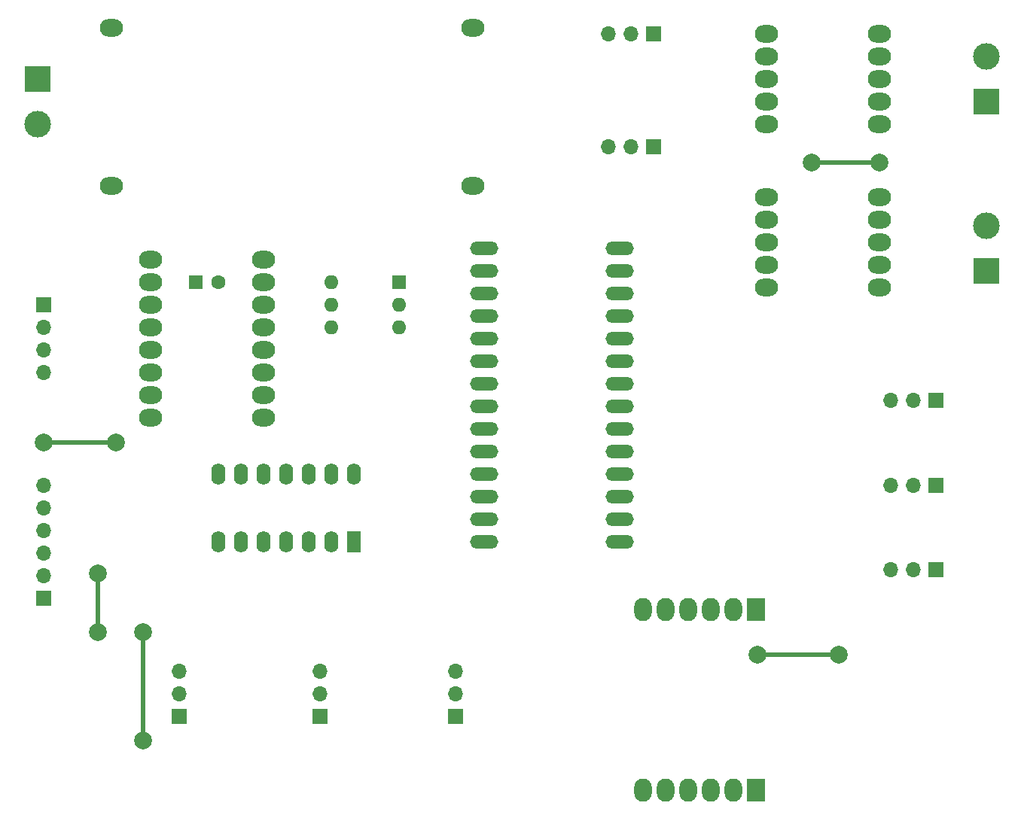
<source format=gbr>
G04 #@! TF.GenerationSoftware,KiCad,Pcbnew,5.0.0+dfsg1-2*
G04 #@! TF.CreationDate,2019-05-22T11:33:39+02:00*
G04 #@! TF.ProjectId,BLOBCNC_TOP,424C4F42434E435F544F502E6B696361,rev?*
G04 #@! TF.SameCoordinates,PXb438b80PY1b9d560*
G04 #@! TF.FileFunction,Copper,L2,Bot,Signal*
G04 #@! TF.FilePolarity,Positive*
%FSLAX46Y46*%
G04 Gerber Fmt 4.6, Leading zero omitted, Abs format (unit mm)*
G04 Created by KiCad (PCBNEW 5.0.0+dfsg1-2) date Wed May 22 11:33:39 2019*
%MOMM*%
%LPD*%
G01*
G04 APERTURE LIST*
G04 #@! TA.AperFunction,ComponentPad*
%ADD10R,1.600000X1.600000*%
G04 #@! TD*
G04 #@! TA.AperFunction,ComponentPad*
%ADD11C,1.600000*%
G04 #@! TD*
G04 #@! TA.AperFunction,ComponentPad*
%ADD12O,2.600000X2.000000*%
G04 #@! TD*
G04 #@! TA.AperFunction,ComponentPad*
%ADD13C,3.000000*%
G04 #@! TD*
G04 #@! TA.AperFunction,ComponentPad*
%ADD14R,3.000000X3.000000*%
G04 #@! TD*
G04 #@! TA.AperFunction,ComponentPad*
%ADD15O,1.700000X1.700000*%
G04 #@! TD*
G04 #@! TA.AperFunction,ComponentPad*
%ADD16R,1.700000X1.700000*%
G04 #@! TD*
G04 #@! TA.AperFunction,ComponentPad*
%ADD17O,1.600000X1.600000*%
G04 #@! TD*
G04 #@! TA.AperFunction,ComponentPad*
%ADD18O,2.000000X2.600000*%
G04 #@! TD*
G04 #@! TA.AperFunction,ComponentPad*
%ADD19R,2.000000X2.600000*%
G04 #@! TD*
G04 #@! TA.AperFunction,ComponentPad*
%ADD20O,3.175000X1.524000*%
G04 #@! TD*
G04 #@! TA.AperFunction,ComponentPad*
%ADD21R,1.600000X2.400000*%
G04 #@! TD*
G04 #@! TA.AperFunction,ComponentPad*
%ADD22O,1.600000X2.400000*%
G04 #@! TD*
G04 #@! TA.AperFunction,ViaPad*
%ADD23C,2.000000*%
G04 #@! TD*
G04 #@! TA.AperFunction,Conductor*
%ADD24C,0.500000*%
G04 #@! TD*
G04 APERTURE END LIST*
D10*
G04 #@! TO.P,C1,1*
G04 #@! TO.N,+36V*
X-93091000Y-33274000D03*
D11*
G04 #@! TO.P,C1,2*
G04 #@! TO.N,GNDPWR*
X-90591000Y-33274000D03*
G04 #@! TD*
D12*
G04 #@! TO.P,Dr1,1*
G04 #@! TO.N,Net-(Dr1-Pad1)*
X-85471000Y-30734000D03*
G04 #@! TO.P,Dr1,2*
G04 #@! TO.N,Net-(Dr1-Pad2)*
X-85471000Y-33274000D03*
G04 #@! TO.P,Dr1,3*
G04 #@! TO.N,Net-(Dr1-Pad3)*
X-85471000Y-35814000D03*
G04 #@! TO.P,Dr1,4*
G04 #@! TO.N,Net-(Dr1-Pad4)*
X-85471000Y-38354000D03*
G04 #@! TO.P,Dr1,5*
G04 #@! TO.N,Net-(Dr1-Pad5)*
X-85471000Y-40894000D03*
G04 #@! TO.P,Dr1,6*
X-85471000Y-43434000D03*
G04 #@! TO.P,Dr1,7*
G04 #@! TO.N,Net-(Dr1-Pad7)*
X-85471000Y-45974000D03*
G04 #@! TO.P,Dr1,8*
G04 #@! TO.N,Net-(Dr1-Pad8)*
X-85471000Y-48514000D03*
G04 #@! TO.P,Dr1,9*
G04 #@! TO.N,GND*
X-98171000Y-48514000D03*
G04 #@! TO.P,Dr1,10*
G04 #@! TO.N,+5V*
X-98171000Y-45974000D03*
G04 #@! TO.P,Dr1,11*
G04 #@! TO.N,Net-(Dr1-Pad11)*
X-98171000Y-43434000D03*
G04 #@! TO.P,Dr1,12*
G04 #@! TO.N,Net-(Dr1-Pad12)*
X-98171000Y-40894000D03*
G04 #@! TO.P,Dr1,13*
G04 #@! TO.N,Net-(Dr1-Pad13)*
X-98171000Y-38354000D03*
G04 #@! TO.P,Dr1,14*
G04 #@! TO.N,Net-(Dr1-Pad14)*
X-98171000Y-35814000D03*
G04 #@! TO.P,Dr1,15*
G04 #@! TO.N,GNDPWR*
X-98171000Y-33274000D03*
G04 #@! TO.P,Dr1,16*
G04 #@! TO.N,+36V*
X-98171000Y-30734000D03*
G04 #@! TD*
D13*
G04 #@! TO.P,J1,2*
G04 #@! TO.N,Net-(J1-Pad2)*
X-4191000Y-7874000D03*
D14*
G04 #@! TO.P,J1,1*
G04 #@! TO.N,Net-(J1-Pad1)*
X-4191000Y-12954000D03*
G04 #@! TD*
G04 #@! TO.P,J2,1*
G04 #@! TO.N,Net-(J2-Pad1)*
X-4191000Y-32004000D03*
D13*
G04 #@! TO.P,J2,2*
G04 #@! TO.N,Net-(J2-Pad2)*
X-4191000Y-26924000D03*
G04 #@! TD*
D14*
G04 #@! TO.P,J3,1*
G04 #@! TO.N,GNDPWR*
X-110871000Y-10414000D03*
D13*
G04 #@! TO.P,J3,2*
G04 #@! TO.N,+36V*
X-110871000Y-15494000D03*
G04 #@! TD*
D15*
G04 #@! TO.P,J4,3*
G04 #@! TO.N,Net-(J4-Pad3)*
X-14986000Y-46609000D03*
G04 #@! TO.P,J4,2*
G04 #@! TO.N,+5V*
X-12446000Y-46609000D03*
D16*
G04 #@! TO.P,J4,1*
G04 #@! TO.N,GND*
X-9906000Y-46609000D03*
G04 #@! TD*
G04 #@! TO.P,J5,1*
G04 #@! TO.N,GND*
X-9906000Y-56134000D03*
D15*
G04 #@! TO.P,J5,2*
G04 #@! TO.N,+5V*
X-12446000Y-56134000D03*
G04 #@! TO.P,J5,3*
G04 #@! TO.N,Net-(J5-Pad3)*
X-14986000Y-56134000D03*
G04 #@! TD*
G04 #@! TO.P,J6,3*
G04 #@! TO.N,Net-(J6-Pad3)*
X-14986000Y-65659000D03*
G04 #@! TO.P,J6,2*
G04 #@! TO.N,+5V*
X-12446000Y-65659000D03*
D16*
G04 #@! TO.P,J6,1*
G04 #@! TO.N,GND*
X-9906000Y-65659000D03*
G04 #@! TD*
D15*
G04 #@! TO.P,J7,3*
G04 #@! TO.N,Net-(J7-Pad3)*
X-46736000Y-18034000D03*
G04 #@! TO.P,J7,2*
G04 #@! TO.N,Net-(J7-Pad2)*
X-44196000Y-18034000D03*
D16*
G04 #@! TO.P,J7,1*
G04 #@! TO.N,GND*
X-41656000Y-18034000D03*
G04 #@! TD*
G04 #@! TO.P,J8,1*
G04 #@! TO.N,GND*
X-41656000Y-5334000D03*
D15*
G04 #@! TO.P,J8,2*
G04 #@! TO.N,Net-(J8-Pad2)*
X-44196000Y-5334000D03*
G04 #@! TO.P,J8,3*
G04 #@! TO.N,Net-(J8-Pad3)*
X-46736000Y-5334000D03*
G04 #@! TD*
D16*
G04 #@! TO.P,J9,1*
G04 #@! TO.N,GND*
X-94996000Y-82169000D03*
D15*
G04 #@! TO.P,J9,2*
G04 #@! TO.N,+5V*
X-94996000Y-79629000D03*
G04 #@! TO.P,J9,3*
G04 #@! TO.N,Net-(J9-Pad3)*
X-94996000Y-77089000D03*
G04 #@! TD*
G04 #@! TO.P,J10,3*
G04 #@! TO.N,Net-(J10-Pad3)*
X-79121000Y-77089000D03*
G04 #@! TO.P,J10,2*
G04 #@! TO.N,+5V*
X-79121000Y-79629000D03*
D16*
G04 #@! TO.P,J10,1*
G04 #@! TO.N,GND*
X-79121000Y-82169000D03*
G04 #@! TD*
G04 #@! TO.P,J11,1*
G04 #@! TO.N,GND*
X-63881000Y-82169000D03*
D15*
G04 #@! TO.P,J11,2*
G04 #@! TO.N,+5V*
X-63881000Y-79629000D03*
G04 #@! TO.P,J11,3*
G04 #@! TO.N,Net-(J11-Pad3)*
X-63881000Y-77089000D03*
G04 #@! TD*
D16*
G04 #@! TO.P,J12,1*
G04 #@! TO.N,Net-(Dr1-Pad14)*
X-110236000Y-35814000D03*
D15*
G04 #@! TO.P,J12,2*
G04 #@! TO.N,Net-(Dr1-Pad13)*
X-110236000Y-38354000D03*
G04 #@! TO.P,J12,3*
G04 #@! TO.N,Net-(Dr1-Pad12)*
X-110236000Y-40894000D03*
G04 #@! TO.P,J12,4*
G04 #@! TO.N,Net-(Dr1-Pad11)*
X-110236000Y-43434000D03*
G04 #@! TD*
D16*
G04 #@! TO.P,J13,1*
G04 #@! TO.N,Net-(J13-Pad1)*
X-110236000Y-68834000D03*
D15*
G04 #@! TO.P,J13,2*
G04 #@! TO.N,+5V*
X-110236000Y-66294000D03*
G04 #@! TO.P,J13,3*
G04 #@! TO.N,Net-(J13-Pad3)*
X-110236000Y-63754000D03*
G04 #@! TO.P,J13,4*
G04 #@! TO.N,+5V*
X-110236000Y-61214000D03*
G04 #@! TO.P,J13,5*
G04 #@! TO.N,Net-(J13-Pad5)*
X-110236000Y-58674000D03*
G04 #@! TO.P,J13,6*
G04 #@! TO.N,+5V*
X-110236000Y-56134000D03*
G04 #@! TD*
D12*
G04 #@! TO.P,MotorDriver1,1*
G04 #@! TO.N,Net-(MotorDriver1-Pad1)*
X-28956000Y-15494000D03*
G04 #@! TO.P,MotorDriver1,2*
G04 #@! TO.N,Net-(MotorDriver1-Pad2)*
X-28956000Y-12954000D03*
G04 #@! TO.P,MotorDriver1,3*
G04 #@! TO.N,N/C*
X-28956000Y-10414000D03*
G04 #@! TO.P,MotorDriver1,4*
X-28956000Y-7874000D03*
G04 #@! TO.P,MotorDriver1,5*
G04 #@! TO.N,GND*
X-28956000Y-5334000D03*
G04 #@! TO.P,MotorDriver1,6*
X-16256000Y-5334000D03*
G04 #@! TO.P,MotorDriver1,7*
G04 #@! TO.N,+5V*
X-16256000Y-7874000D03*
G04 #@! TO.P,MotorDriver1,8*
G04 #@! TO.N,Net-(J1-Pad2)*
X-16256000Y-10414000D03*
G04 #@! TO.P,MotorDriver1,9*
G04 #@! TO.N,Net-(J1-Pad1)*
X-16256000Y-12954000D03*
G04 #@! TO.P,MotorDriver1,10*
G04 #@! TO.N,N/C*
X-16256000Y-15494000D03*
G04 #@! TD*
G04 #@! TO.P,MotorDriver2,10*
G04 #@! TO.N,N/C*
X-16256000Y-33909000D03*
G04 #@! TO.P,MotorDriver2,9*
G04 #@! TO.N,Net-(J2-Pad1)*
X-16256000Y-31369000D03*
G04 #@! TO.P,MotorDriver2,8*
G04 #@! TO.N,Net-(J2-Pad2)*
X-16256000Y-28829000D03*
G04 #@! TO.P,MotorDriver2,7*
G04 #@! TO.N,+5V*
X-16256000Y-26289000D03*
G04 #@! TO.P,MotorDriver2,6*
G04 #@! TO.N,GND*
X-16256000Y-23749000D03*
G04 #@! TO.P,MotorDriver2,5*
X-28956000Y-23749000D03*
G04 #@! TO.P,MotorDriver2,4*
G04 #@! TO.N,N/C*
X-28956000Y-26289000D03*
G04 #@! TO.P,MotorDriver2,3*
X-28956000Y-28829000D03*
G04 #@! TO.P,MotorDriver2,2*
G04 #@! TO.N,Net-(MotorDriver2-Pad2)*
X-28956000Y-31369000D03*
G04 #@! TO.P,MotorDriver2,1*
G04 #@! TO.N,Net-(MotorDriver2-Pad1)*
X-28956000Y-33909000D03*
G04 #@! TD*
D10*
G04 #@! TO.P,SW1,1*
G04 #@! TO.N,+5V*
X-70231000Y-33274000D03*
D17*
G04 #@! TO.P,SW1,4*
G04 #@! TO.N,Net-(Dr1-Pad4)*
X-77851000Y-38354000D03*
G04 #@! TO.P,SW1,2*
G04 #@! TO.N,+5V*
X-70231000Y-35814000D03*
G04 #@! TO.P,SW1,5*
G04 #@! TO.N,Net-(Dr1-Pad3)*
X-77851000Y-35814000D03*
G04 #@! TO.P,SW1,3*
G04 #@! TO.N,+5V*
X-70231000Y-38354000D03*
G04 #@! TO.P,SW1,6*
G04 #@! TO.N,Net-(Dr1-Pad2)*
X-77851000Y-33274000D03*
G04 #@! TD*
D12*
G04 #@! TO.P,U1,1*
G04 #@! TO.N,GNDPWR*
X-102616000Y-4699000D03*
G04 #@! TO.P,U1,2*
G04 #@! TO.N,+36V*
X-102616000Y-22479000D03*
G04 #@! TO.P,U1,3*
G04 #@! TO.N,GND*
X-61976000Y-4699000D03*
G04 #@! TO.P,U1,4*
G04 #@! TO.N,+5V*
X-61976000Y-22479000D03*
G04 #@! TD*
D18*
G04 #@! TO.P,U2,5*
G04 #@! TO.N,N/C*
X-42799000Y-90424000D03*
G04 #@! TO.P,U2,4*
G04 #@! TO.N,Net-(U2-Pad4)*
X-40259000Y-90424000D03*
G04 #@! TO.P,U2,3*
G04 #@! TO.N,Net-(U2-Pad3)*
X-37719000Y-90424000D03*
G04 #@! TO.P,U2,2*
G04 #@! TO.N,Net-(U2-Pad2)*
X-35179000Y-90424000D03*
G04 #@! TO.P,U2,1*
G04 #@! TO.N,GND*
X-32639000Y-90424000D03*
D19*
X-30099000Y-90424000D03*
X-30099000Y-70104000D03*
D18*
G04 #@! TO.P,U2,8*
G04 #@! TO.N,+3V3*
X-32639000Y-70104000D03*
X-35179000Y-70104000D03*
G04 #@! TO.P,U2,*
G04 #@! TO.N,*
X-37719000Y-70104000D03*
G04 #@! TO.P,U2,7*
G04 #@! TO.N,N/C*
X-40259000Y-70104000D03*
G04 #@! TO.P,U2,6*
G04 #@! TO.N,Net-(U2-Pad6)*
X-42799000Y-70104000D03*
G04 #@! TD*
D20*
G04 #@! TO.P,U3,0*
G04 #@! TO.N,Net-(J7-Pad3)*
X-45466000Y-32004000D03*
G04 #@! TO.P,U3,1*
G04 #@! TO.N,Net-(J7-Pad2)*
X-45466000Y-34544000D03*
G04 #@! TO.P,U3,2*
G04 #@! TO.N,Net-(MotorDriver1-Pad2)*
X-45466000Y-37084000D03*
G04 #@! TO.P,U3,3*
G04 #@! TO.N,Net-(MotorDriver1-Pad1)*
X-45466000Y-39624000D03*
G04 #@! TO.P,U3,4*
G04 #@! TO.N,Net-(MotorDriver2-Pad2)*
X-45466000Y-42164000D03*
G04 #@! TO.P,U3,5*
G04 #@! TO.N,Net-(MotorDriver2-Pad1)*
X-45466000Y-44704000D03*
G04 #@! TO.P,U3,6*
G04 #@! TO.N,Net-(J4-Pad3)*
X-45466000Y-47244000D03*
G04 #@! TO.P,U3,7*
G04 #@! TO.N,Net-(J5-Pad3)*
X-45466000Y-49784000D03*
G04 #@! TO.P,U3,8*
G04 #@! TO.N,Net-(J6-Pad3)*
X-45466000Y-52324000D03*
G04 #@! TO.P,U3,9*
G04 #@! TO.N,Net-(J8-Pad3)*
X-45466000Y-54864000D03*
G04 #@! TO.P,U3,10*
G04 #@! TO.N,Net-(J8-Pad2)*
X-45466000Y-57404000D03*
G04 #@! TO.P,U3,11*
G04 #@! TO.N,Net-(U2-Pad2)*
X-45466000Y-59944000D03*
G04 #@! TO.P,U3,12*
G04 #@! TO.N,Net-(U2-Pad6)*
X-45466000Y-62484000D03*
G04 #@! TO.P,U3,13*
G04 #@! TO.N,Net-(U2-Pad3)*
X-60706000Y-62484000D03*
G04 #@! TO.P,U3,14*
G04 #@! TO.N,Net-(J11-Pad3)*
X-60706000Y-59944000D03*
G04 #@! TO.P,U3,15*
G04 #@! TO.N,Net-(U2-Pad4)*
X-60706000Y-57404000D03*
G04 #@! TO.P,U3,16*
G04 #@! TO.N,Net-(J10-Pad3)*
X-60706000Y-54864000D03*
G04 #@! TO.P,U3,17*
G04 #@! TO.N,Net-(J9-Pad3)*
X-60706000Y-52324000D03*
G04 #@! TO.P,U3,18*
G04 #@! TO.N,Net-(U3-Pad18)*
X-60706000Y-49784000D03*
G04 #@! TO.P,U3,19*
G04 #@! TO.N,Net-(U3-Pad19)*
X-60706000Y-47244000D03*
G04 #@! TO.P,U3,20*
G04 #@! TO.N,Net-(U3-Pad20)*
X-60706000Y-44704000D03*
G04 #@! TO.P,U3,21*
G04 #@! TO.N,Net-(Dr1-Pad8)*
X-60706000Y-42164000D03*
G04 #@! TO.P,U3,22*
G04 #@! TO.N,Net-(Dr1-Pad7)*
X-60706000Y-39624000D03*
G04 #@! TO.P,U3,23*
G04 #@! TO.N,Net-(Dr1-Pad1)*
X-60706000Y-37084000D03*
G04 #@! TO.P,U3,24*
G04 #@! TO.N,+3V3*
X-60706000Y-34544000D03*
G04 #@! TO.P,U3,25*
G04 #@! TO.N,N/C*
X-60706000Y-32004000D03*
G04 #@! TO.P,U3,26*
G04 #@! TO.N,+5V*
X-60706000Y-29464000D03*
G04 #@! TO.P,U3,27*
G04 #@! TO.N,GND*
X-45466000Y-29464000D03*
G04 #@! TD*
D21*
G04 #@! TO.P,U4,1*
G04 #@! TO.N,GND*
X-75311000Y-62484000D03*
D22*
G04 #@! TO.P,U4,8*
G04 #@! TO.N,Net-(J13-Pad5)*
X-90551000Y-54864000D03*
G04 #@! TO.P,U4,2*
G04 #@! TO.N,Net-(U3-Pad18)*
X-77851000Y-62484000D03*
G04 #@! TO.P,U4,9*
G04 #@! TO.N,Net-(U3-Pad20)*
X-88011000Y-54864000D03*
G04 #@! TO.P,U4,3*
G04 #@! TO.N,Net-(J13-Pad1)*
X-80391000Y-62484000D03*
G04 #@! TO.P,U4,10*
G04 #@! TO.N,GND*
X-85471000Y-54864000D03*
G04 #@! TO.P,U4,4*
X-82931000Y-62484000D03*
G04 #@! TO.P,U4,11*
G04 #@! TO.N,N/C*
X-82931000Y-54864000D03*
G04 #@! TO.P,U4,5*
G04 #@! TO.N,Net-(U3-Pad19)*
X-85471000Y-62484000D03*
G04 #@! TO.P,U4,12*
G04 #@! TO.N,GND*
X-80391000Y-54864000D03*
G04 #@! TO.P,U4,6*
G04 #@! TO.N,Net-(J13-Pad3)*
X-88011000Y-62484000D03*
G04 #@! TO.P,U4,13*
G04 #@! TO.N,N/C*
X-77851000Y-54864000D03*
G04 #@! TO.P,U4,7*
G04 #@! TO.N,GND*
X-90551000Y-62484000D03*
G04 #@! TO.P,U4,14*
G04 #@! TO.N,+5V*
X-75311000Y-54864000D03*
G04 #@! TD*
D23*
G04 #@! TO.N,GND*
X-29972000Y-75184000D03*
X-20828000Y-75184000D03*
X-99060000Y-84836000D03*
X-99060000Y-72644000D03*
X-104140000Y-72644000D03*
X-104140000Y-66040000D03*
X-102108000Y-51308000D03*
X-110236000Y-51308000D03*
X-16256000Y-19812000D03*
X-23876000Y-19812000D03*
G04 #@! TD*
D24*
G04 #@! TO.N,GND*
X-29972000Y-75184000D02*
X-20828000Y-75184000D01*
X-99060000Y-84836000D02*
X-99060000Y-72644000D01*
X-104140000Y-72644000D02*
X-104140000Y-66040000D01*
X-102108000Y-51308000D02*
X-110236000Y-51308000D01*
X-16256000Y-19812000D02*
X-23876000Y-19812000D01*
G04 #@! TD*
M02*

</source>
